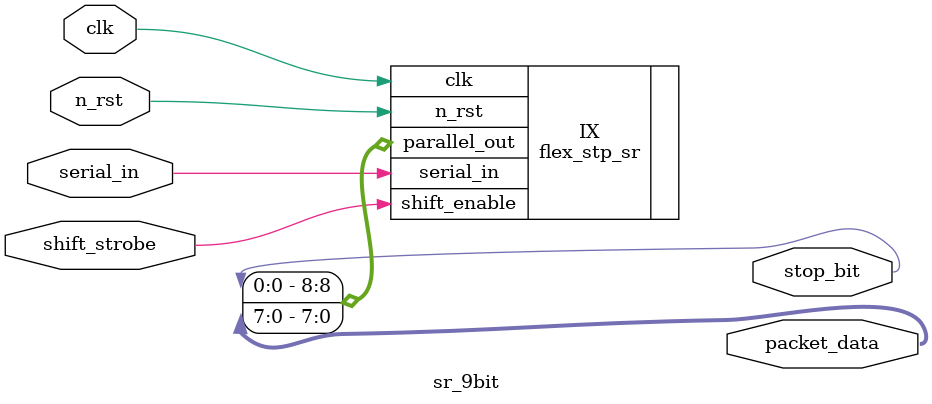
<source format=sv>
module sr_9bit(
    input logic clk,
    input logic n_rst,
    input logic shift_strobe,
    input logic serial_in,
    output logic [7:0] packet_data,
    output logic stop_bit);
    flex_stp_sr #(.NUM_BITS(9), .SHIFT_MSB(0)) IX(.clk(clk), .n_rst(n_rst), .shift_enable(shift_strobe), .serial_in(serial_in), .parallel_out({stop_bit, packet_data}));
endmodule
</source>
